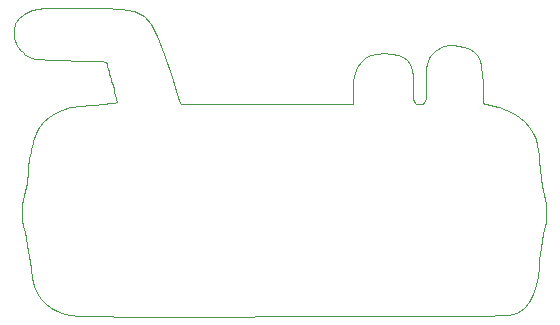
<source format=gbr>
G04 #@! TF.FileFunction,Profile,NP*
%FSLAX46Y46*%
G04 Gerber Fmt 4.6, Leading zero omitted, Abs format (unit mm)*
G04 Created by KiCad (PCBNEW 4.0.7-e2-6376~58~ubuntu16.04.1) date Fri Oct 19 14:23:41 2018*
%MOMM*%
%LPD*%
G01*
G04 APERTURE LIST*
%ADD10C,0.100000*%
G04 APERTURE END LIST*
D10*
X103096482Y-56550146D02*
X103096452Y-56547240D01*
X103096480Y-56550246D02*
X103096482Y-56550146D01*
X103096480Y-56550256D02*
X103096480Y-56550246D01*
X103096480Y-56550266D02*
X103096480Y-56550256D01*
X103096480Y-56550266D02*
X103096480Y-56550266D01*
X103096480Y-56550276D02*
X103096480Y-56550266D01*
X103096480Y-56550276D02*
X103096480Y-56550276D01*
X103096480Y-56550286D02*
X103096480Y-56550276D01*
X103064550Y-57234536D02*
X103096480Y-56550286D01*
X102978890Y-57978036D02*
X103064550Y-57234536D01*
X102823152Y-58738306D02*
X102978890Y-57978036D01*
X102581001Y-59472876D02*
X102823152Y-58738306D01*
X102236097Y-60139246D02*
X102581001Y-59472876D01*
X101772100Y-60694956D02*
X102236097Y-60139246D01*
X101172669Y-61097506D02*
X101772100Y-60694956D01*
X100421465Y-61304436D02*
X101172669Y-61097506D01*
X98098417Y-61313436D02*
X100421465Y-61304436D01*
X95775370Y-61322436D02*
X98098417Y-61313436D01*
X93452322Y-61331436D02*
X95775370Y-61322436D01*
X91129275Y-61340436D02*
X93452322Y-61331436D01*
X88806227Y-61349436D02*
X91129275Y-61340436D01*
X86483180Y-61358436D02*
X88806227Y-61349436D01*
X84160132Y-61367436D02*
X86483180Y-61358436D01*
X81837085Y-61376436D02*
X84160132Y-61367436D01*
X76070627Y-61397036D02*
X81837085Y-61376436D01*
X71615757Y-61404036D02*
X76070627Y-61397036D01*
X68291354Y-61394036D02*
X71615757Y-61404036D01*
X65916301Y-61363436D02*
X68291354Y-61394036D01*
X64309475Y-61307936D02*
X65916301Y-61363436D01*
X63289763Y-61223636D02*
X64309475Y-61307936D01*
X62676038Y-61106666D02*
X63289763Y-61223636D01*
X62287185Y-60953076D02*
X62676038Y-61106666D01*
X61732447Y-60632726D02*
X62287185Y-60953076D01*
X61273448Y-60280786D02*
X61732447Y-60632726D01*
X60899097Y-59875506D02*
X61273448Y-60280786D01*
X60598300Y-59395136D02*
X60899097Y-59875506D01*
X60359970Y-58817906D02*
X60598300Y-59395136D01*
X60173015Y-58122086D02*
X60359970Y-58817906D01*
X60026342Y-57285886D02*
X60173015Y-58122086D01*
X59908865Y-56287566D02*
X60026342Y-57285886D01*
X59845815Y-55812626D02*
X59908865Y-56287566D01*
X59753835Y-55305326D02*
X59845815Y-55812626D01*
X59644991Y-54779086D02*
X59753835Y-55305326D01*
X59531355Y-54247354D02*
X59644991Y-54779086D01*
X59424996Y-53723542D02*
X59531355Y-54247354D01*
X59337976Y-53221087D02*
X59424996Y-53723542D01*
X59282376Y-52753417D02*
X59337976Y-53221087D01*
X59270266Y-52333963D02*
X59282376Y-52753417D01*
X59302466Y-51896136D02*
X59270266Y-52333963D01*
X59361336Y-51490830D02*
X59302466Y-51896136D01*
X59438106Y-51112611D02*
X59361336Y-51490830D01*
X59523986Y-50756045D02*
X59438106Y-51112611D01*
X59610196Y-50415698D02*
X59523986Y-50756045D01*
X59687956Y-50086136D02*
X59610196Y-50415698D01*
X59748476Y-49761926D02*
X59687956Y-50086136D01*
X59782966Y-49437633D02*
X59748476Y-49761926D01*
X59799976Y-49141324D02*
X59782966Y-49437633D01*
X59815176Y-48895346D02*
X59799976Y-49141324D01*
X59830476Y-48685681D02*
X59815176Y-48895346D01*
X59847796Y-48498304D02*
X59830476Y-48685681D01*
X59869046Y-48319190D02*
X59847796Y-48498304D01*
X59896136Y-48134316D02*
X59869046Y-48319190D01*
X59930986Y-47929658D02*
X59896136Y-48134316D01*
X59975506Y-47691193D02*
X59930986Y-47929658D01*
X60027466Y-47435335D02*
X59975506Y-47691193D01*
X60083346Y-47187846D02*
X60027466Y-47435335D01*
X60143146Y-46948748D02*
X60083346Y-47187846D01*
X60206876Y-46718062D02*
X60143146Y-46948748D01*
X60274516Y-46495810D02*
X60206876Y-46718062D01*
X60346076Y-46282011D02*
X60274516Y-46495810D01*
X60421556Y-46076689D02*
X60346076Y-46282011D01*
X60500956Y-45879863D02*
X60421556Y-46076689D01*
X60781669Y-45330035D02*
X60500956Y-45879863D01*
X61129820Y-44860563D02*
X60781669Y-45330035D01*
X61554163Y-44466895D02*
X61129820Y-44860563D01*
X62063450Y-44144485D02*
X61554163Y-44466895D01*
X62666433Y-43888783D02*
X62063450Y-44144485D01*
X63371867Y-43695239D02*
X62666433Y-43888783D01*
X64188503Y-43559302D02*
X63371867Y-43695239D01*
X65125096Y-43476432D02*
X64188503Y-43559302D01*
X65569144Y-43448512D02*
X65125096Y-43476432D01*
X65983401Y-43418162D02*
X65569144Y-43448512D01*
X66358801Y-43386362D02*
X65983401Y-43418162D01*
X66686277Y-43354092D02*
X66358801Y-43386362D01*
X66956763Y-43322312D02*
X66686277Y-43354092D01*
X67161193Y-43291992D02*
X66956763Y-43322312D01*
X67290499Y-43264102D02*
X67161193Y-43291992D01*
X67335619Y-43239612D02*
X67290499Y-43264102D01*
X67326219Y-43183822D02*
X67335619Y-43239612D01*
X67299189Y-43066201D02*
X67326219Y-43183822D01*
X67256459Y-42894012D02*
X67299189Y-43066201D01*
X67199919Y-42674519D02*
X67256459Y-42894012D01*
X67131469Y-42414984D02*
X67199919Y-42674519D01*
X67052999Y-42122672D02*
X67131469Y-42414984D01*
X66966409Y-41804846D02*
X67052999Y-42122672D01*
X66873589Y-41468770D02*
X66966409Y-41804846D01*
X66815829Y-41261020D02*
X66873589Y-41468770D01*
X66758069Y-41053270D02*
X66815829Y-41261020D01*
X66700309Y-40845520D02*
X66758069Y-41053270D01*
X66642549Y-40637770D02*
X66700309Y-40845520D01*
X66584789Y-40430020D02*
X66642549Y-40637770D01*
X66527029Y-40222270D02*
X66584789Y-40430020D01*
X66469269Y-40014520D02*
X66527029Y-40222270D01*
X66411509Y-39806770D02*
X66469269Y-40014520D01*
X66014432Y-39795070D02*
X66411509Y-39806770D01*
X65617354Y-39783370D02*
X66014432Y-39795070D01*
X65220277Y-39771670D02*
X65617354Y-39783370D01*
X64823199Y-39759970D02*
X65220277Y-39771670D01*
X64426122Y-39748270D02*
X64823199Y-39759970D01*
X64029044Y-39736570D02*
X64426122Y-39748270D01*
X63631967Y-39724870D02*
X64029044Y-39736570D01*
X63234889Y-39713170D02*
X63631967Y-39724870D01*
X62260341Y-39684060D02*
X63234889Y-39713170D01*
X61494183Y-39655290D02*
X62260341Y-39684060D01*
X60901998Y-39618330D02*
X61494183Y-39655290D01*
X60449369Y-39564640D02*
X60901998Y-39618330D01*
X60101879Y-39485680D02*
X60449369Y-39564640D01*
X59825110Y-39372911D02*
X60101879Y-39485680D01*
X59584646Y-39217797D02*
X59825110Y-39372911D01*
X59346069Y-39011800D02*
X59584646Y-39217797D01*
X59164367Y-38827116D02*
X59346069Y-39011800D01*
X59011496Y-38640613D02*
X59164367Y-38827116D01*
X58886036Y-38448937D02*
X59011496Y-38640613D01*
X58786566Y-38248734D02*
X58886036Y-38448937D01*
X58711676Y-38036648D02*
X58786566Y-38248734D01*
X58659936Y-37809325D02*
X58711676Y-38036648D01*
X58629936Y-37563411D02*
X58659936Y-37809325D01*
X58620236Y-37295550D02*
X58629936Y-37563411D01*
X58634366Y-36984971D02*
X58620236Y-37295550D01*
X58676086Y-36732611D02*
X58634366Y-36984971D01*
X58744386Y-36526900D02*
X58676086Y-36732611D01*
X58838246Y-36356267D02*
X58744386Y-36526900D01*
X58956658Y-36209143D02*
X58838246Y-36356267D01*
X59098613Y-36073957D02*
X58956658Y-36209143D01*
X59263097Y-35939140D02*
X59098613Y-36073957D01*
X59449098Y-35793120D02*
X59263097Y-35939140D01*
X59788350Y-35579832D02*
X59449098Y-35793120D01*
X60184061Y-35430056D02*
X59788350Y-35579832D01*
X60645454Y-35333076D02*
X60184061Y-35430056D01*
X61181750Y-35278136D02*
X60645454Y-35333076D01*
X61802172Y-35254526D02*
X61181750Y-35278136D01*
X62515943Y-35251526D02*
X61802172Y-35254526D01*
X63332284Y-35258426D02*
X62515943Y-35251526D01*
X64260418Y-35264426D02*
X63332284Y-35258426D01*
X66216052Y-35272626D02*
X64260418Y-35264426D01*
X67691224Y-35337766D02*
X66216052Y-35272626D01*
X68784307Y-35534391D02*
X67691224Y-35337766D01*
X69593672Y-35937020D02*
X68784307Y-35534391D01*
X70217690Y-36620171D02*
X69593672Y-35937020D01*
X70754734Y-37658360D02*
X70217690Y-36620171D01*
X71303176Y-39126104D02*
X70754734Y-37658360D01*
X71961388Y-41097919D02*
X71303176Y-39126104D01*
X72057708Y-41388299D02*
X71961388Y-41097919D01*
X72154028Y-41678679D02*
X72057708Y-41388299D01*
X72250348Y-41969059D02*
X72154028Y-41678679D01*
X72346668Y-42259439D02*
X72250348Y-41969059D01*
X72442988Y-42549819D02*
X72346668Y-42259439D01*
X72539308Y-42840199D02*
X72442988Y-42549819D01*
X72635628Y-43130578D02*
X72539308Y-42840199D01*
X72731948Y-43420957D02*
X72635628Y-43130578D01*
X73644198Y-43420957D02*
X72731948Y-43420957D01*
X74556448Y-43420957D02*
X73644198Y-43420957D01*
X75468698Y-43420957D02*
X74556448Y-43420957D01*
X76380948Y-43420957D02*
X75468698Y-43420957D01*
X77293198Y-43420957D02*
X76380948Y-43420957D01*
X78205448Y-43420957D02*
X77293198Y-43420957D01*
X79117698Y-43420957D02*
X78205448Y-43420957D01*
X80029948Y-43420957D02*
X79117698Y-43420957D01*
X80942197Y-43420957D02*
X80029948Y-43420957D01*
X81854445Y-43420957D02*
X80942197Y-43420957D01*
X82766694Y-43420957D02*
X81854445Y-43420957D01*
X83678943Y-43420957D02*
X82766694Y-43420957D01*
X84591192Y-43420957D02*
X83678943Y-43420957D01*
X85503440Y-43420957D02*
X84591192Y-43420957D01*
X86415689Y-43420957D02*
X85503440Y-43420957D01*
X87327938Y-43420957D02*
X86415689Y-43420957D01*
X87327938Y-43246931D02*
X87327938Y-43420957D01*
X87327938Y-43072905D02*
X87327938Y-43246931D01*
X87327938Y-42898879D02*
X87327938Y-43072905D01*
X87327938Y-42724852D02*
X87327938Y-42898879D01*
X87327938Y-42550826D02*
X87327938Y-42724852D01*
X87327938Y-42376800D02*
X87327938Y-42550826D01*
X87327938Y-42202774D02*
X87327938Y-42376800D01*
X87327938Y-42028747D02*
X87327938Y-42202774D01*
X87367568Y-41332065D02*
X87327938Y-42028747D01*
X87487259Y-40732664D02*
X87367568Y-41332065D01*
X87688229Y-40229191D02*
X87487259Y-40732664D01*
X87971692Y-39820293D02*
X87688229Y-40229191D01*
X88338863Y-39504617D02*
X87971692Y-39820293D01*
X88790957Y-39280809D02*
X88338863Y-39504617D01*
X89329188Y-39147517D02*
X88790957Y-39280809D01*
X89954771Y-39103387D02*
X89329188Y-39147517D01*
X90605623Y-39132847D02*
X89954771Y-39103387D01*
X91138471Y-39228247D02*
X90605623Y-39132847D01*
X91562938Y-39400119D02*
X91138471Y-39228247D01*
X91888648Y-39658991D02*
X91562938Y-39400119D01*
X92125227Y-40015394D02*
X91888648Y-39658991D01*
X92282295Y-40479860D02*
X92125227Y-40015394D01*
X92369475Y-41062917D02*
X92282295Y-40479860D01*
X92396395Y-41775097D02*
X92369475Y-41062917D01*
X92400095Y-42264467D02*
X92396395Y-41775097D01*
X92414195Y-42647420D02*
X92400095Y-42264467D01*
X92443005Y-42936646D02*
X92414195Y-42647420D01*
X92490855Y-43144833D02*
X92443005Y-42936646D01*
X92562095Y-43284671D02*
X92490855Y-43144833D01*
X92661055Y-43368841D02*
X92562095Y-43284671D01*
X92792089Y-43410041D02*
X92661055Y-43368841D01*
X92959532Y-43420951D02*
X92792089Y-43410041D01*
X93129859Y-43409441D02*
X92959532Y-43420951D01*
X93262243Y-43364081D02*
X93129859Y-43409441D01*
X93361383Y-43268601D02*
X93262243Y-43364081D01*
X93431973Y-43106741D02*
X93361383Y-43268601D01*
X93478713Y-42862243D02*
X93431973Y-43106741D01*
X93506273Y-42518849D02*
X93478713Y-42862243D01*
X93519363Y-42060298D02*
X93506273Y-42518849D01*
X93522663Y-41470331D02*
X93519363Y-42060298D01*
X93526763Y-40868712D02*
X93522663Y-41470331D01*
X93543613Y-40392921D02*
X93526763Y-40868712D01*
X93580083Y-40020259D02*
X93543613Y-40392921D01*
X93643043Y-39728021D02*
X93580083Y-40020259D01*
X93739353Y-39493508D02*
X93643043Y-39728021D01*
X93875878Y-39294016D02*
X93739353Y-39493508D01*
X94059481Y-39106844D02*
X93875878Y-39294016D01*
X94297027Y-38909291D02*
X94059481Y-39106844D01*
X94516257Y-38747785D02*
X94297027Y-38909291D01*
X94725346Y-38619680D02*
X94516257Y-38747785D01*
X94931934Y-38523120D02*
X94725346Y-38619680D01*
X95143665Y-38456260D02*
X94931934Y-38523120D01*
X95368177Y-38417250D02*
X95143665Y-38456260D01*
X95613114Y-38404220D02*
X95368177Y-38417250D01*
X95886117Y-38415330D02*
X95613114Y-38404220D01*
X96194827Y-38448730D02*
X95886117Y-38415330D01*
X96746305Y-38555930D02*
X96194827Y-38448730D01*
X97202071Y-38723753D02*
X96746305Y-38555930D01*
X97568961Y-38962287D02*
X97202071Y-38723753D01*
X97853814Y-39281618D02*
X97568961Y-38962287D01*
X98063464Y-39691833D02*
X97853814Y-39281618D01*
X98204752Y-40203018D02*
X98063464Y-39691833D01*
X98284512Y-40825262D02*
X98204752Y-40203018D01*
X98309582Y-41568650D02*
X98284512Y-40825262D01*
X98309582Y-41786879D02*
X98309582Y-41568650D01*
X98309582Y-42005108D02*
X98309582Y-41786879D01*
X98309582Y-42223337D02*
X98309582Y-42005108D01*
X98309582Y-42441565D02*
X98309582Y-42223337D01*
X98309582Y-42659794D02*
X98309582Y-42441565D01*
X98309582Y-42878023D02*
X98309582Y-42659794D01*
X98309582Y-43096252D02*
X98309582Y-42878023D01*
X98309582Y-43314490D02*
X98309582Y-43096252D01*
X98484550Y-43359330D02*
X98309582Y-43314490D01*
X98659517Y-43404170D02*
X98484550Y-43359330D01*
X98834485Y-43449020D02*
X98659517Y-43404170D01*
X99009452Y-43493860D02*
X98834485Y-43449020D01*
X99184419Y-43538700D02*
X99009452Y-43493860D01*
X99359387Y-43583550D02*
X99184419Y-43538700D01*
X99534355Y-43628390D02*
X99359387Y-43583550D01*
X99709322Y-43673240D02*
X99534355Y-43628390D01*
X100311307Y-43873339D02*
X99709322Y-43673240D01*
X100876418Y-44150579D02*
X100311307Y-43873339D01*
X101394421Y-44494787D02*
X100876418Y-44150579D01*
X101855080Y-44895790D02*
X101394421Y-44494787D01*
X102248161Y-45343416D02*
X101855080Y-44895790D01*
X102563428Y-45827491D02*
X102248161Y-45343416D01*
X102790647Y-46337843D02*
X102563428Y-45827491D01*
X102919582Y-46864300D02*
X102790647Y-46337843D01*
X103034421Y-47698911D02*
X102919582Y-46864300D01*
X103112400Y-48335199D02*
X103034421Y-47698911D01*
X103161460Y-48807000D02*
X103112400Y-48335199D01*
X103189542Y-49148152D02*
X103161460Y-48807000D01*
X103204602Y-49392492D02*
X103189542Y-49148152D01*
X103214602Y-49573856D02*
X103204602Y-49392492D01*
X103227452Y-49726083D02*
X103214602Y-49573856D01*
X103251112Y-49883010D02*
X103227452Y-49726083D01*
X103295872Y-50096235D02*
X103251112Y-49883010D01*
X103360952Y-50381195D02*
X103295872Y-50096235D01*
X103437702Y-50717464D02*
X103360952Y-50381195D01*
X103517472Y-51084614D02*
X103437702Y-50717464D01*
X103591602Y-51462222D02*
X103517472Y-51084614D01*
X103651462Y-51829858D02*
X103591602Y-51462222D01*
X103688382Y-52167100D02*
X103651462Y-51829858D01*
X103693682Y-52453520D02*
X103688382Y-52167100D01*
X103690582Y-52983621D02*
X103693682Y-52453520D01*
X103657662Y-53376830D02*
X103690582Y-52983621D01*
X103599622Y-53698966D02*
X103657662Y-53376830D01*
X103521142Y-54015850D02*
X103599622Y-53698966D01*
X103426902Y-54393300D02*
X103521142Y-54015850D01*
X103321583Y-54897140D02*
X103426902Y-54393300D01*
X103209871Y-55593180D02*
X103321583Y-54897140D01*
X103096452Y-56547240D02*
X103209871Y-55593180D01*
M02*

</source>
